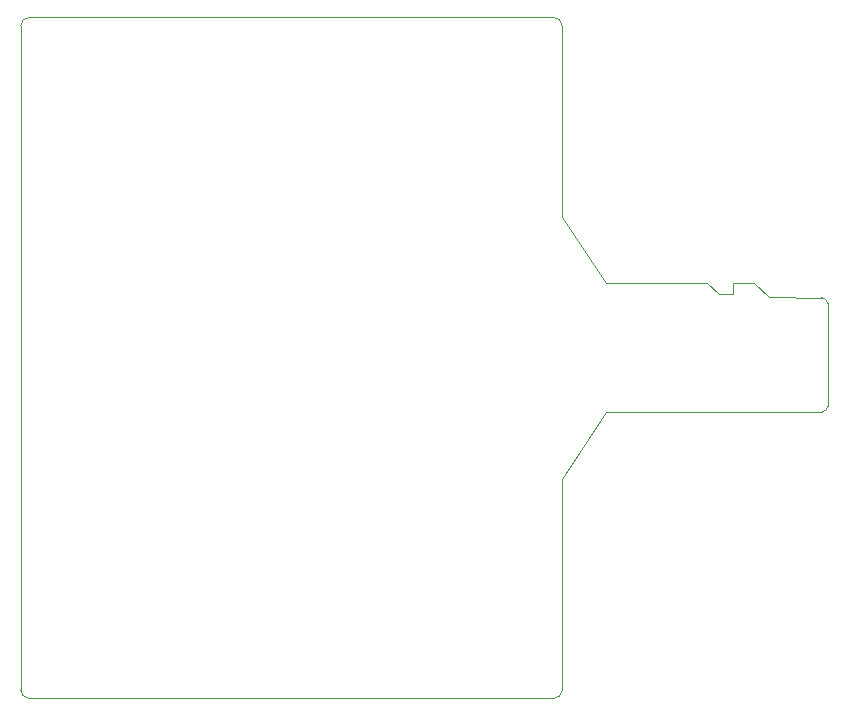
<source format=gbr>
%TF.GenerationSoftware,KiCad,Pcbnew,7.0.5*%
%TF.CreationDate,2023-07-15T17:05:49+09:00*%
%TF.ProjectId,sdmux4,73646d75-7834-42e6-9b69-6361645f7063,rev?*%
%TF.SameCoordinates,Original*%
%TF.FileFunction,Profile,NP*%
%FSLAX46Y46*%
G04 Gerber Fmt 4.6, Leading zero omitted, Abs format (unit mm)*
G04 Created by KiCad (PCBNEW 7.0.5) date 2023-07-15 17:05:49*
%MOMM*%
%LPD*%
G01*
G04 APERTURE LIST*
%TA.AperFunction,Profile*%
%ADD10C,0.100000*%
%TD*%
%TA.AperFunction,Profile*%
%ADD11C,0.120000*%
%TD*%
G04 APERTURE END LIST*
D10*
X159509955Y-125870000D02*
G75*
G03*
X160165000Y-126565025I696245J0D01*
G01*
X205320000Y-85800000D02*
X205330000Y-69610000D01*
X160200000Y-68909975D02*
G75*
G03*
X159504975Y-69604975I0J-695025D01*
G01*
X160200000Y-68910000D02*
X204630000Y-68910000D01*
X205330000Y-69610000D02*
G75*
G03*
X204630000Y-68910000I-700000J0D01*
G01*
X205345000Y-108000000D02*
X205345000Y-125865025D01*
X204645025Y-126565025D02*
X160165000Y-126565025D01*
X159510000Y-125870000D02*
X159504975Y-69604975D01*
X204645025Y-126565025D02*
G75*
G03*
X205345025Y-125865025I-25J700025D01*
G01*
D11*
%TO.C,J102*%
X221620000Y-91425000D02*
X219820000Y-91425000D01*
X221620000Y-91425000D02*
X222820000Y-92625000D01*
X219820000Y-91425000D02*
X219820000Y-92325000D01*
X217620000Y-91425000D02*
X209070000Y-91425000D01*
X209070000Y-91425000D02*
X205320000Y-85800000D01*
X219820000Y-92325000D02*
X218620000Y-92325000D01*
X218620000Y-92325000D02*
X217620000Y-91425000D01*
X222820000Y-92625000D02*
X227316447Y-92628553D01*
X227820000Y-96825000D02*
X227816447Y-93128553D01*
X227820000Y-96825000D02*
X227816447Y-101821447D01*
X209070000Y-102325000D02*
X227316447Y-102321447D01*
X209070000Y-102325000D02*
X205345000Y-108000000D01*
X227816447Y-93128553D02*
G75*
G03*
X227316447Y-92628553I-500001J-1D01*
G01*
X227316447Y-102321447D02*
G75*
G03*
X227816447Y-101821447I-47J500047D01*
G01*
%TD*%
M02*

</source>
